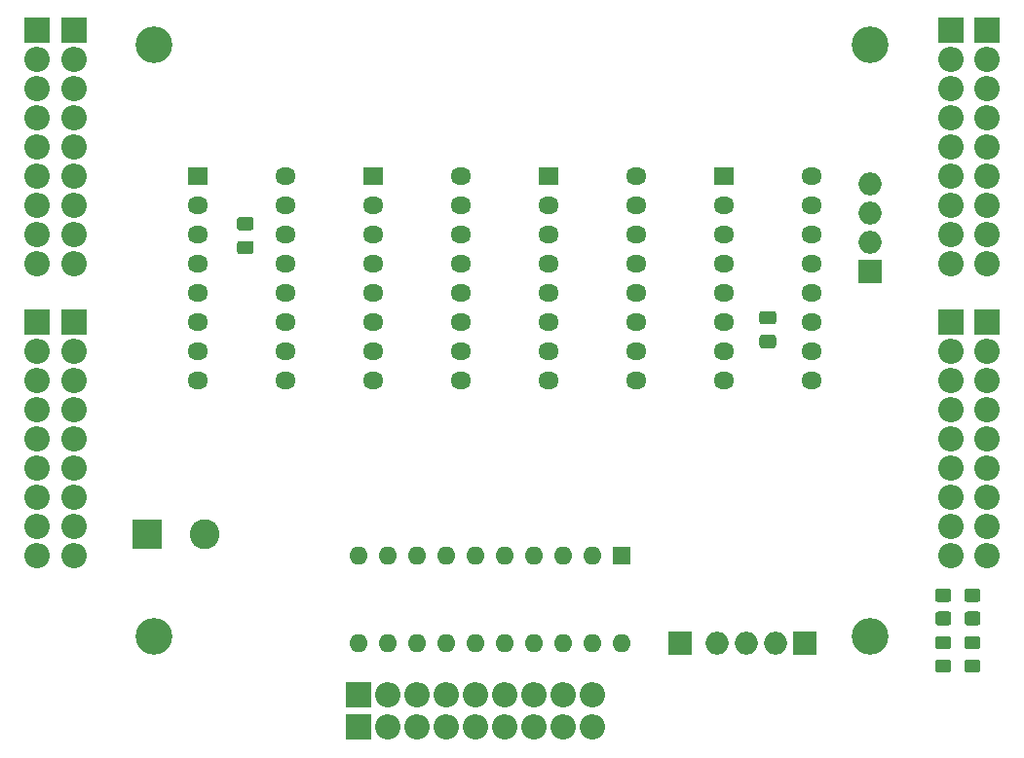
<source format=gbr>
%TF.GenerationSoftware,KiCad,Pcbnew,(5.1.8)-1*%
%TF.CreationDate,2023-07-01T01:21:54+03:00*%
%TF.ProjectId,MUX4x1,4d555834-7831-42e6-9b69-6361645f7063,rev?*%
%TF.SameCoordinates,Original*%
%TF.FileFunction,Soldermask,Top*%
%TF.FilePolarity,Negative*%
%FSLAX46Y46*%
G04 Gerber Fmt 4.6, Leading zero omitted, Abs format (unit mm)*
G04 Created by KiCad (PCBNEW (5.1.8)-1) date 2023-07-01 01:21:54*
%MOMM*%
%LPD*%
G01*
G04 APERTURE LIST*
%ADD10O,2.000000X2.000000*%
%ADD11R,2.000000X2.000000*%
%ADD12C,3.200000*%
%ADD13O,2.200000X2.200000*%
%ADD14R,2.200000X2.200000*%
%ADD15O,1.800000X1.500000*%
%ADD16R,1.800000X1.500000*%
%ADD17R,2.600000X2.600000*%
%ADD18C,2.600000*%
%ADD19R,1.600000X1.600000*%
%ADD20O,1.600000X1.600000*%
G04 APERTURE END LIST*
D10*
%TO.C,J14*%
X132715000Y-114300000D03*
X135255000Y-114300000D03*
X137795000Y-114300000D03*
D11*
X140335000Y-114300000D03*
%TD*%
D10*
%TO.C,J7*%
X146050000Y-74295000D03*
X146050000Y-76835000D03*
X146050000Y-79375000D03*
D11*
X146050000Y-81915000D03*
%TD*%
D12*
%TO.C,H4*%
X146050000Y-62230000D03*
%TD*%
D11*
%TO.C,J13*%
X129540000Y-114300000D03*
%TD*%
D12*
%TO.C,H3*%
X83820000Y-113665000D03*
%TD*%
%TO.C,C2*%
G36*
G01*
X136685000Y-87445000D02*
X137635000Y-87445000D01*
G75*
G02*
X137885000Y-87695000I0J-250000D01*
G01*
X137885000Y-88370000D01*
G75*
G02*
X137635000Y-88620000I-250000J0D01*
G01*
X136685000Y-88620000D01*
G75*
G02*
X136435000Y-88370000I0J250000D01*
G01*
X136435000Y-87695000D01*
G75*
G02*
X136685000Y-87445000I250000J0D01*
G01*
G37*
G36*
G01*
X136685000Y-85370000D02*
X137635000Y-85370000D01*
G75*
G02*
X137885000Y-85620000I0J-250000D01*
G01*
X137885000Y-86295000D01*
G75*
G02*
X137635000Y-86545000I-250000J0D01*
G01*
X136685000Y-86545000D01*
G75*
G02*
X136435000Y-86295000I0J250000D01*
G01*
X136435000Y-85620000D01*
G75*
G02*
X136685000Y-85370000I250000J0D01*
G01*
G37*
%TD*%
%TO.C,C1*%
G36*
G01*
X91282500Y-79275000D02*
X92232500Y-79275000D01*
G75*
G02*
X92482500Y-79525000I0J-250000D01*
G01*
X92482500Y-80200000D01*
G75*
G02*
X92232500Y-80450000I-250000J0D01*
G01*
X91282500Y-80450000D01*
G75*
G02*
X91032500Y-80200000I0J250000D01*
G01*
X91032500Y-79525000D01*
G75*
G02*
X91282500Y-79275000I250000J0D01*
G01*
G37*
G36*
G01*
X91282500Y-77200000D02*
X92232500Y-77200000D01*
G75*
G02*
X92482500Y-77450000I0J-250000D01*
G01*
X92482500Y-78125000D01*
G75*
G02*
X92232500Y-78375000I-250000J0D01*
G01*
X91282500Y-78375000D01*
G75*
G02*
X91032500Y-78125000I0J250000D01*
G01*
X91032500Y-77450000D01*
G75*
G02*
X91282500Y-77200000I250000J0D01*
G01*
G37*
%TD*%
D13*
%TO.C,J12*%
X121920000Y-121602500D03*
X119380000Y-121602500D03*
X116840000Y-121602500D03*
X114300000Y-121602500D03*
X111760000Y-121602500D03*
X109220000Y-121602500D03*
X106680000Y-121602500D03*
X104140000Y-121602500D03*
D14*
X101600000Y-121602500D03*
%TD*%
D13*
%TO.C,J11*%
X156210000Y-81280000D03*
X156210000Y-78740000D03*
X156210000Y-76200000D03*
X156210000Y-73660000D03*
X156210000Y-71120000D03*
X156210000Y-68580000D03*
X156210000Y-66040000D03*
X156210000Y-63500000D03*
D14*
X156210000Y-60960000D03*
%TD*%
D13*
%TO.C,J10*%
X73660000Y-81280000D03*
X73660000Y-78740000D03*
X73660000Y-76200000D03*
X73660000Y-73660000D03*
X73660000Y-71120000D03*
X73660000Y-68580000D03*
X73660000Y-66040000D03*
X73660000Y-63500000D03*
D14*
X73660000Y-60960000D03*
%TD*%
D13*
%TO.C,J9*%
X156210000Y-106680000D03*
X156210000Y-104140000D03*
X156210000Y-101600000D03*
X156210000Y-99060000D03*
X156210000Y-96520000D03*
X156210000Y-93980000D03*
X156210000Y-91440000D03*
X156210000Y-88900000D03*
D14*
X156210000Y-86360000D03*
%TD*%
D13*
%TO.C,J8*%
X73660000Y-106680000D03*
X73660000Y-104140000D03*
X73660000Y-101600000D03*
X73660000Y-99060000D03*
X73660000Y-96520000D03*
X73660000Y-93980000D03*
X73660000Y-91440000D03*
X73660000Y-88900000D03*
D14*
X73660000Y-86360000D03*
%TD*%
D15*
%TO.C,U2*%
X110490000Y-73660000D03*
X102870000Y-91440000D03*
X110490000Y-76200000D03*
X102870000Y-88900000D03*
X110490000Y-78740000D03*
X102870000Y-86360000D03*
X110490000Y-81280000D03*
X102870000Y-83820000D03*
X110490000Y-83820000D03*
X102870000Y-81280000D03*
X110490000Y-86360000D03*
X102870000Y-78740000D03*
X110490000Y-88900000D03*
X102870000Y-76200000D03*
X110490000Y-91440000D03*
D16*
X102870000Y-73660000D03*
%TD*%
D12*
%TO.C,H1*%
X83820000Y-62230000D03*
%TD*%
%TO.C,H2*%
X146050000Y-113665000D03*
%TD*%
D17*
%TO.C,J1*%
X83185000Y-104775000D03*
D18*
X88185000Y-104775000D03*
%TD*%
D14*
%TO.C,J2*%
X76835000Y-86360000D03*
D13*
X76835000Y-88900000D03*
X76835000Y-91440000D03*
X76835000Y-93980000D03*
X76835000Y-96520000D03*
X76835000Y-99060000D03*
X76835000Y-101600000D03*
X76835000Y-104140000D03*
X76835000Y-106680000D03*
%TD*%
%TO.C,J3*%
X153035000Y-106680000D03*
X153035000Y-104140000D03*
X153035000Y-101600000D03*
X153035000Y-99060000D03*
X153035000Y-96520000D03*
X153035000Y-93980000D03*
X153035000Y-91440000D03*
X153035000Y-88900000D03*
D14*
X153035000Y-86360000D03*
%TD*%
%TO.C,J4*%
X76835000Y-60960000D03*
D13*
X76835000Y-63500000D03*
X76835000Y-66040000D03*
X76835000Y-68580000D03*
X76835000Y-71120000D03*
X76835000Y-73660000D03*
X76835000Y-76200000D03*
X76835000Y-78740000D03*
X76835000Y-81280000D03*
%TD*%
%TO.C,J5*%
X153035000Y-81280000D03*
X153035000Y-78740000D03*
X153035000Y-76200000D03*
X153035000Y-73660000D03*
X153035000Y-71120000D03*
X153035000Y-68580000D03*
X153035000Y-66040000D03*
X153035000Y-63500000D03*
D14*
X153035000Y-60960000D03*
%TD*%
%TO.C,J6*%
X101600000Y-118745000D03*
D13*
X104140000Y-118745000D03*
X106680000Y-118745000D03*
X109220000Y-118745000D03*
X111760000Y-118745000D03*
X114300000Y-118745000D03*
X116840000Y-118745000D03*
X119380000Y-118745000D03*
X121920000Y-118745000D03*
%TD*%
D16*
%TO.C,U1*%
X87630000Y-73660000D03*
D15*
X95250000Y-91440000D03*
X87630000Y-76200000D03*
X95250000Y-88900000D03*
X87630000Y-78740000D03*
X95250000Y-86360000D03*
X87630000Y-81280000D03*
X95250000Y-83820000D03*
X87630000Y-83820000D03*
X95250000Y-81280000D03*
X87630000Y-86360000D03*
X95250000Y-78740000D03*
X87630000Y-88900000D03*
X95250000Y-76200000D03*
X87630000Y-91440000D03*
X95250000Y-73660000D03*
%TD*%
D16*
%TO.C,U3*%
X118110000Y-73660000D03*
D15*
X125730000Y-91440000D03*
X118110000Y-76200000D03*
X125730000Y-88900000D03*
X118110000Y-78740000D03*
X125730000Y-86360000D03*
X118110000Y-81280000D03*
X125730000Y-83820000D03*
X118110000Y-83820000D03*
X125730000Y-81280000D03*
X118110000Y-86360000D03*
X125730000Y-78740000D03*
X118110000Y-88900000D03*
X125730000Y-76200000D03*
X118110000Y-91440000D03*
X125730000Y-73660000D03*
%TD*%
%TO.C,U4*%
X140970000Y-73660000D03*
X133350000Y-91440000D03*
X140970000Y-76200000D03*
X133350000Y-88900000D03*
X140970000Y-78740000D03*
X133350000Y-86360000D03*
X140970000Y-81280000D03*
X133350000Y-83820000D03*
X140970000Y-83820000D03*
X133350000Y-81280000D03*
X140970000Y-86360000D03*
X133350000Y-78740000D03*
X140970000Y-88900000D03*
X133350000Y-76200000D03*
X140970000Y-91440000D03*
D16*
X133350000Y-73660000D03*
%TD*%
%TO.C,D1*%
G36*
G01*
X152850001Y-116852500D02*
X151949999Y-116852500D01*
G75*
G02*
X151700000Y-116602501I0J249999D01*
G01*
X151700000Y-115952499D01*
G75*
G02*
X151949999Y-115702500I249999J0D01*
G01*
X152850001Y-115702500D01*
G75*
G02*
X153100000Y-115952499I0J-249999D01*
G01*
X153100000Y-116602501D01*
G75*
G02*
X152850001Y-116852500I-249999J0D01*
G01*
G37*
G36*
G01*
X152850001Y-114802500D02*
X151949999Y-114802500D01*
G75*
G02*
X151700000Y-114552501I0J249999D01*
G01*
X151700000Y-113902499D01*
G75*
G02*
X151949999Y-113652500I249999J0D01*
G01*
X152850001Y-113652500D01*
G75*
G02*
X153100000Y-113902499I0J-249999D01*
G01*
X153100000Y-114552501D01*
G75*
G02*
X152850001Y-114802500I-249999J0D01*
G01*
G37*
%TD*%
%TO.C,D2*%
G36*
G01*
X155390001Y-114802500D02*
X154489999Y-114802500D01*
G75*
G02*
X154240000Y-114552501I0J249999D01*
G01*
X154240000Y-113902499D01*
G75*
G02*
X154489999Y-113652500I249999J0D01*
G01*
X155390001Y-113652500D01*
G75*
G02*
X155640000Y-113902499I0J-249999D01*
G01*
X155640000Y-114552501D01*
G75*
G02*
X155390001Y-114802500I-249999J0D01*
G01*
G37*
G36*
G01*
X155390001Y-116852500D02*
X154489999Y-116852500D01*
G75*
G02*
X154240000Y-116602501I0J249999D01*
G01*
X154240000Y-115952499D01*
G75*
G02*
X154489999Y-115702500I249999J0D01*
G01*
X155390001Y-115702500D01*
G75*
G02*
X155640000Y-115952499I0J-249999D01*
G01*
X155640000Y-116602501D01*
G75*
G02*
X155390001Y-116852500I-249999J0D01*
G01*
G37*
%TD*%
%TO.C,R2*%
G36*
G01*
X152850001Y-110725000D02*
X151949999Y-110725000D01*
G75*
G02*
X151700000Y-110475001I0J249999D01*
G01*
X151700000Y-109774999D01*
G75*
G02*
X151949999Y-109525000I249999J0D01*
G01*
X152850001Y-109525000D01*
G75*
G02*
X153100000Y-109774999I0J-249999D01*
G01*
X153100000Y-110475001D01*
G75*
G02*
X152850001Y-110725000I-249999J0D01*
G01*
G37*
G36*
G01*
X152850001Y-112725000D02*
X151949999Y-112725000D01*
G75*
G02*
X151700000Y-112475001I0J249999D01*
G01*
X151700000Y-111774999D01*
G75*
G02*
X151949999Y-111525000I249999J0D01*
G01*
X152850001Y-111525000D01*
G75*
G02*
X153100000Y-111774999I0J-249999D01*
G01*
X153100000Y-112475001D01*
G75*
G02*
X152850001Y-112725000I-249999J0D01*
G01*
G37*
%TD*%
%TO.C,R3*%
G36*
G01*
X155390001Y-112725000D02*
X154489999Y-112725000D01*
G75*
G02*
X154240000Y-112475001I0J249999D01*
G01*
X154240000Y-111774999D01*
G75*
G02*
X154489999Y-111525000I249999J0D01*
G01*
X155390001Y-111525000D01*
G75*
G02*
X155640000Y-111774999I0J-249999D01*
G01*
X155640000Y-112475001D01*
G75*
G02*
X155390001Y-112725000I-249999J0D01*
G01*
G37*
G36*
G01*
X155390001Y-110725000D02*
X154489999Y-110725000D01*
G75*
G02*
X154240000Y-110475001I0J249999D01*
G01*
X154240000Y-109774999D01*
G75*
G02*
X154489999Y-109525000I249999J0D01*
G01*
X155390001Y-109525000D01*
G75*
G02*
X155640000Y-109774999I0J-249999D01*
G01*
X155640000Y-110475001D01*
G75*
G02*
X155390001Y-110725000I-249999J0D01*
G01*
G37*
%TD*%
D19*
%TO.C,U5*%
X124460000Y-106680000D03*
D20*
X101600000Y-114300000D03*
X121920000Y-106680000D03*
X104140000Y-114300000D03*
X119380000Y-106680000D03*
X106680000Y-114300000D03*
X116840000Y-106680000D03*
X109220000Y-114300000D03*
X114300000Y-106680000D03*
X111760000Y-114300000D03*
X111760000Y-106680000D03*
X114300000Y-114300000D03*
X109220000Y-106680000D03*
X116840000Y-114300000D03*
X106680000Y-106680000D03*
X119380000Y-114300000D03*
X104140000Y-106680000D03*
X121920000Y-114300000D03*
X101600000Y-106680000D03*
X124460000Y-114300000D03*
%TD*%
M02*

</source>
